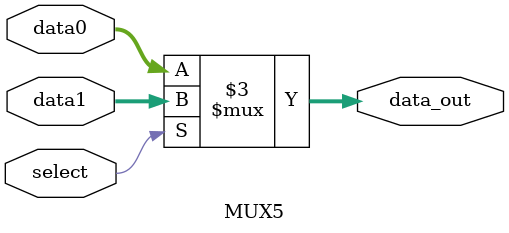
<source format=v>
module MUX5(
	//Outputs
	output reg [4:0]data_out,
	//Inputs
	input [4:0]data0,
	input [4:0]data1,
	input select
);
always @(*) begin
	if(select)begin
		data_out <= data1;
	end else begin
		data_out <= data0;
	end
end
	
endmodule

</source>
